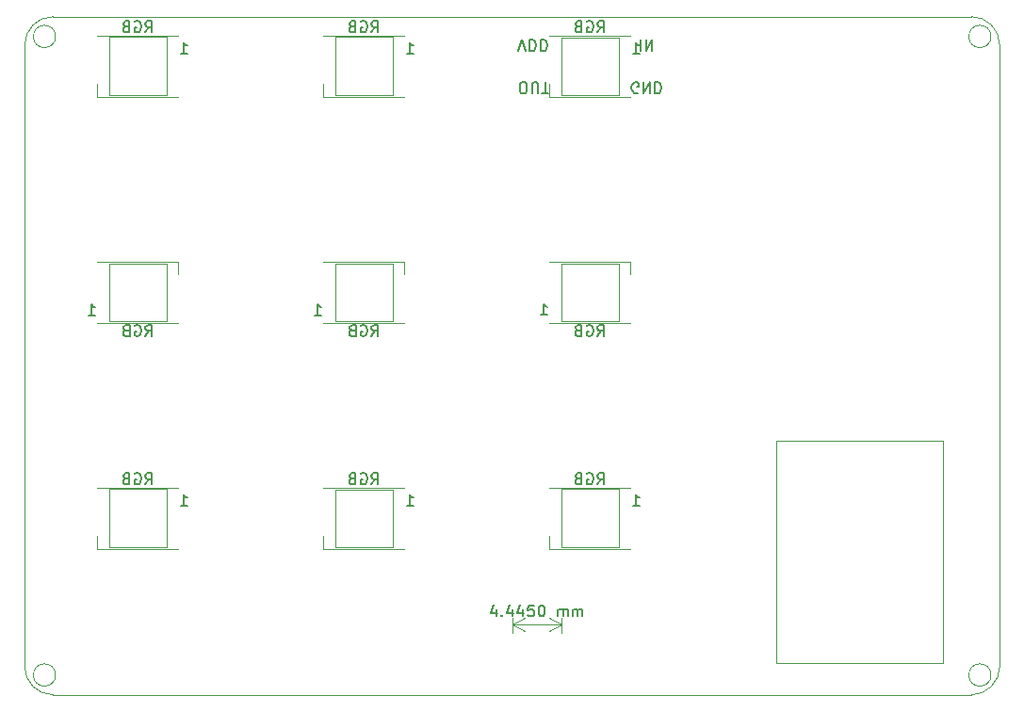
<source format=gbr>
%TF.GenerationSoftware,KiCad,Pcbnew,(6.0.5)*%
%TF.CreationDate,2022-06-17T09:46:01+08:00*%
%TF.ProjectId,keyboard_V4,6b657962-6f61-4726-945f-56342e6b6963,rev?*%
%TF.SameCoordinates,Original*%
%TF.FileFunction,Legend,Bot*%
%TF.FilePolarity,Positive*%
%FSLAX46Y46*%
G04 Gerber Fmt 4.6, Leading zero omitted, Abs format (unit mm)*
G04 Created by KiCad (PCBNEW (6.0.5)) date 2022-06-17 09:46:01*
%MOMM*%
%LPD*%
G01*
G04 APERTURE LIST*
%TA.AperFunction,Profile*%
%ADD10C,0.050000*%
%TD*%
%ADD11C,0.150000*%
%ADD12C,0.120000*%
G04 APERTURE END LIST*
D10*
X43241538Y-103567747D02*
X38059938Y-103567747D01*
X38059938Y-103567747D02*
X38059938Y-98356147D01*
X38059938Y-98356147D02*
X43241538Y-98356147D01*
X43241538Y-98356147D02*
X43241538Y-103567747D01*
X115570000Y-55880000D02*
X33020000Y-55880000D01*
X83870800Y-83235800D02*
X78689200Y-83235800D01*
X78689200Y-83235800D02*
X78689200Y-78054200D01*
X78689200Y-78054200D02*
X83870800Y-78054200D01*
X83870800Y-78054200D02*
X83870800Y-83235800D01*
X117332000Y-57658000D02*
G75*
G03*
X117332000Y-57658000I-1000000J0D01*
G01*
X83876806Y-103567747D02*
X78695206Y-103567747D01*
X78695206Y-103567747D02*
X78695206Y-98366147D01*
X78695206Y-98366147D02*
X83876806Y-98366147D01*
X83876806Y-98366147D02*
X83876806Y-103567747D01*
X43241538Y-83255800D02*
X38059938Y-83255800D01*
X38059938Y-83255800D02*
X38059938Y-78054200D01*
X38059938Y-78054200D02*
X43241538Y-78054200D01*
X43241538Y-78054200D02*
X43241538Y-83255800D01*
X63559172Y-83255800D02*
X58377572Y-83255800D01*
X58377572Y-83255800D02*
X58377572Y-78054200D01*
X58377572Y-78054200D02*
X63559172Y-78054200D01*
X63559172Y-78054200D02*
X63559172Y-83255800D01*
X63550800Y-103575000D02*
X58369200Y-103575000D01*
X58369200Y-103575000D02*
X58369200Y-98373400D01*
X58369200Y-98373400D02*
X63550800Y-98373400D01*
X63550800Y-98373400D02*
X63550800Y-103575000D01*
X117332000Y-115062000D02*
G75*
G03*
X117332000Y-115062000I-1000000J0D01*
G01*
X118110000Y-58420000D02*
X118110000Y-114300000D01*
X30480000Y-58420000D02*
X30480000Y-114300000D01*
X30480000Y-114300000D02*
G75*
G03*
X33020000Y-116840000I2540000J0D01*
G01*
X43230800Y-62935800D02*
X38049200Y-62935800D01*
X38049200Y-62935800D02*
X38049200Y-57714200D01*
X38049200Y-57714200D02*
X43230800Y-57714200D01*
X43230800Y-57714200D02*
X43230800Y-62935800D01*
X33020000Y-116840000D02*
X115570000Y-116840000D01*
X83870800Y-62925800D02*
X78689200Y-62925800D01*
X78689200Y-62925800D02*
X78689200Y-57734200D01*
X78689200Y-57734200D02*
X83870800Y-57734200D01*
X83870800Y-57734200D02*
X83870800Y-62925800D01*
X33258000Y-57658000D02*
G75*
G03*
X33258000Y-57658000I-1000000J0D01*
G01*
X33020000Y-55880000D02*
G75*
G03*
X30480000Y-58420000I0J-2540000D01*
G01*
X118110000Y-58420000D02*
G75*
G03*
X115570000Y-55880000I-2540000J0D01*
G01*
X63550800Y-62935800D02*
X58369200Y-62935800D01*
X58369200Y-62935800D02*
X58369200Y-57714200D01*
X58369200Y-57714200D02*
X63550800Y-57714200D01*
X63550800Y-57714200D02*
X63550800Y-62935800D01*
X98000000Y-94000000D02*
X113000000Y-94000000D01*
X113000000Y-94000000D02*
X113000000Y-114000000D01*
X113000000Y-114000000D02*
X98000000Y-114000000D01*
X98000000Y-114000000D02*
X98000000Y-94000000D01*
X115570000Y-116840000D02*
G75*
G03*
X118110000Y-114300000I0J2540000D01*
G01*
X33258000Y-115062000D02*
G75*
G03*
X33258000Y-115062000I-1000000J0D01*
G01*
D11*
X75200000Y-62777619D02*
X75390476Y-62777619D01*
X75485714Y-62730000D01*
X75580952Y-62634761D01*
X75628571Y-62444285D01*
X75628571Y-62110952D01*
X75580952Y-61920476D01*
X75485714Y-61825238D01*
X75390476Y-61777619D01*
X75200000Y-61777619D01*
X75104761Y-61825238D01*
X75009523Y-61920476D01*
X74961904Y-62110952D01*
X74961904Y-62444285D01*
X75009523Y-62634761D01*
X75104761Y-62730000D01*
X75200000Y-62777619D01*
X76057142Y-62777619D02*
X76057142Y-61968095D01*
X76104761Y-61872857D01*
X76152380Y-61825238D01*
X76247619Y-61777619D01*
X76438095Y-61777619D01*
X76533333Y-61825238D01*
X76580952Y-61872857D01*
X76628571Y-61968095D01*
X76628571Y-62777619D01*
X76961904Y-62777619D02*
X77533333Y-62777619D01*
X77247619Y-61777619D02*
X77247619Y-62777619D01*
X74866666Y-58967619D02*
X75200000Y-57967619D01*
X75533333Y-58967619D01*
X75866666Y-57967619D02*
X75866666Y-58967619D01*
X76104761Y-58967619D01*
X76247619Y-58920000D01*
X76342857Y-58824761D01*
X76390476Y-58729523D01*
X76438095Y-58539047D01*
X76438095Y-58396190D01*
X76390476Y-58205714D01*
X76342857Y-58110476D01*
X76247619Y-58015238D01*
X76104761Y-57967619D01*
X75866666Y-57967619D01*
X76866666Y-57967619D02*
X76866666Y-58967619D01*
X77104761Y-58967619D01*
X77247619Y-58920000D01*
X77342857Y-58824761D01*
X77390476Y-58729523D01*
X77438095Y-58539047D01*
X77438095Y-58396190D01*
X77390476Y-58205714D01*
X77342857Y-58110476D01*
X77247619Y-58015238D01*
X77104761Y-57967619D01*
X76866666Y-57967619D01*
X85598095Y-62730000D02*
X85502857Y-62777619D01*
X85360000Y-62777619D01*
X85217142Y-62730000D01*
X85121904Y-62634761D01*
X85074285Y-62539523D01*
X85026666Y-62349047D01*
X85026666Y-62206190D01*
X85074285Y-62015714D01*
X85121904Y-61920476D01*
X85217142Y-61825238D01*
X85360000Y-61777619D01*
X85455238Y-61777619D01*
X85598095Y-61825238D01*
X85645714Y-61872857D01*
X85645714Y-62206190D01*
X85455238Y-62206190D01*
X86074285Y-61777619D02*
X86074285Y-62777619D01*
X86645714Y-61777619D01*
X86645714Y-62777619D01*
X87121904Y-61777619D02*
X87121904Y-62777619D01*
X87360000Y-62777619D01*
X87502857Y-62730000D01*
X87598095Y-62634761D01*
X87645714Y-62539523D01*
X87693333Y-62349047D01*
X87693333Y-62206190D01*
X87645714Y-62015714D01*
X87598095Y-61920476D01*
X87502857Y-61825238D01*
X87360000Y-61777619D01*
X87121904Y-61777619D01*
X85836190Y-57967619D02*
X85836190Y-58967619D01*
X86312380Y-57967619D02*
X86312380Y-58967619D01*
X86883809Y-57967619D01*
X86883809Y-58967619D01*
X72850833Y-109125714D02*
X72850833Y-109792380D01*
X72612738Y-108744761D02*
X72374642Y-109459047D01*
X72993690Y-109459047D01*
X73374642Y-109697142D02*
X73422261Y-109744761D01*
X73374642Y-109792380D01*
X73327023Y-109744761D01*
X73374642Y-109697142D01*
X73374642Y-109792380D01*
X74279404Y-109125714D02*
X74279404Y-109792380D01*
X74041309Y-108744761D02*
X73803214Y-109459047D01*
X74422261Y-109459047D01*
X75231785Y-109125714D02*
X75231785Y-109792380D01*
X74993690Y-108744761D02*
X74755595Y-109459047D01*
X75374642Y-109459047D01*
X76231785Y-108792380D02*
X75755595Y-108792380D01*
X75707976Y-109268571D01*
X75755595Y-109220952D01*
X75850833Y-109173333D01*
X76088928Y-109173333D01*
X76184166Y-109220952D01*
X76231785Y-109268571D01*
X76279404Y-109363809D01*
X76279404Y-109601904D01*
X76231785Y-109697142D01*
X76184166Y-109744761D01*
X76088928Y-109792380D01*
X75850833Y-109792380D01*
X75755595Y-109744761D01*
X75707976Y-109697142D01*
X76898452Y-108792380D02*
X76993690Y-108792380D01*
X77088928Y-108840000D01*
X77136547Y-108887619D01*
X77184166Y-108982857D01*
X77231785Y-109173333D01*
X77231785Y-109411428D01*
X77184166Y-109601904D01*
X77136547Y-109697142D01*
X77088928Y-109744761D01*
X76993690Y-109792380D01*
X76898452Y-109792380D01*
X76803214Y-109744761D01*
X76755595Y-109697142D01*
X76707976Y-109601904D01*
X76660357Y-109411428D01*
X76660357Y-109173333D01*
X76707976Y-108982857D01*
X76755595Y-108887619D01*
X76803214Y-108840000D01*
X76898452Y-108792380D01*
X78422261Y-109792380D02*
X78422261Y-109125714D01*
X78422261Y-109220952D02*
X78469880Y-109173333D01*
X78565119Y-109125714D01*
X78707976Y-109125714D01*
X78803214Y-109173333D01*
X78850833Y-109268571D01*
X78850833Y-109792380D01*
X78850833Y-109268571D02*
X78898452Y-109173333D01*
X78993690Y-109125714D01*
X79136547Y-109125714D01*
X79231785Y-109173333D01*
X79279404Y-109268571D01*
X79279404Y-109792380D01*
X79755595Y-109792380D02*
X79755595Y-109125714D01*
X79755595Y-109220952D02*
X79803214Y-109173333D01*
X79898452Y-109125714D01*
X80041309Y-109125714D01*
X80136547Y-109173333D01*
X80184166Y-109268571D01*
X80184166Y-109792380D01*
X80184166Y-109268571D02*
X80231785Y-109173333D01*
X80327023Y-109125714D01*
X80469880Y-109125714D01*
X80565119Y-109173333D01*
X80612738Y-109268571D01*
X80612738Y-109792380D01*
D10*
X78740000Y-111260000D02*
X78740000Y-109903580D01*
X74295000Y-111260000D02*
X74295000Y-109903580D01*
X78740000Y-110490000D02*
X74295000Y-110490000D01*
X78740000Y-110490000D02*
X74295000Y-110490000D01*
X78740000Y-110490000D02*
X77613496Y-109903579D01*
X78740000Y-110490000D02*
X77613496Y-111076421D01*
X74295000Y-110490000D02*
X75421504Y-111076421D01*
X74295000Y-110490000D02*
X75421504Y-109903579D01*
D11*
%TO.C,RGB*%
X61650476Y-57277380D02*
X61983809Y-56801190D01*
X62221904Y-57277380D02*
X62221904Y-56277380D01*
X61840952Y-56277380D01*
X61745714Y-56325000D01*
X61698095Y-56372619D01*
X61650476Y-56467857D01*
X61650476Y-56610714D01*
X61698095Y-56705952D01*
X61745714Y-56753571D01*
X61840952Y-56801190D01*
X62221904Y-56801190D01*
X60698095Y-56325000D02*
X60793333Y-56277380D01*
X60936190Y-56277380D01*
X61079047Y-56325000D01*
X61174285Y-56420238D01*
X61221904Y-56515476D01*
X61269523Y-56705952D01*
X61269523Y-56848809D01*
X61221904Y-57039285D01*
X61174285Y-57134523D01*
X61079047Y-57229761D01*
X60936190Y-57277380D01*
X60840952Y-57277380D01*
X60698095Y-57229761D01*
X60650476Y-57182142D01*
X60650476Y-56848809D01*
X60840952Y-56848809D01*
X59888571Y-56753571D02*
X59745714Y-56801190D01*
X59698095Y-56848809D01*
X59650476Y-56944047D01*
X59650476Y-57086904D01*
X59698095Y-57182142D01*
X59745714Y-57229761D01*
X59840952Y-57277380D01*
X60221904Y-57277380D01*
X60221904Y-56277380D01*
X59888571Y-56277380D01*
X59793333Y-56325000D01*
X59745714Y-56372619D01*
X59698095Y-56467857D01*
X59698095Y-56563095D01*
X59745714Y-56658333D01*
X59793333Y-56705952D01*
X59888571Y-56753571D01*
X60221904Y-56753571D01*
X64824285Y-59177380D02*
X65395714Y-59177380D01*
X65110000Y-59177380D02*
X65110000Y-58177380D01*
X65205238Y-58320238D01*
X65300476Y-58415476D01*
X65395714Y-58463095D01*
X41330476Y-97917380D02*
X41663809Y-97441190D01*
X41901904Y-97917380D02*
X41901904Y-96917380D01*
X41520952Y-96917380D01*
X41425714Y-96965000D01*
X41378095Y-97012619D01*
X41330476Y-97107857D01*
X41330476Y-97250714D01*
X41378095Y-97345952D01*
X41425714Y-97393571D01*
X41520952Y-97441190D01*
X41901904Y-97441190D01*
X40378095Y-96965000D02*
X40473333Y-96917380D01*
X40616190Y-96917380D01*
X40759047Y-96965000D01*
X40854285Y-97060238D01*
X40901904Y-97155476D01*
X40949523Y-97345952D01*
X40949523Y-97488809D01*
X40901904Y-97679285D01*
X40854285Y-97774523D01*
X40759047Y-97869761D01*
X40616190Y-97917380D01*
X40520952Y-97917380D01*
X40378095Y-97869761D01*
X40330476Y-97822142D01*
X40330476Y-97488809D01*
X40520952Y-97488809D01*
X39568571Y-97393571D02*
X39425714Y-97441190D01*
X39378095Y-97488809D01*
X39330476Y-97584047D01*
X39330476Y-97726904D01*
X39378095Y-97822142D01*
X39425714Y-97869761D01*
X39520952Y-97917380D01*
X39901904Y-97917380D01*
X39901904Y-96917380D01*
X39568571Y-96917380D01*
X39473333Y-96965000D01*
X39425714Y-97012619D01*
X39378095Y-97107857D01*
X39378095Y-97203095D01*
X39425714Y-97298333D01*
X39473333Y-97345952D01*
X39568571Y-97393571D01*
X39901904Y-97393571D01*
X44504285Y-99817380D02*
X45075714Y-99817380D01*
X44790000Y-99817380D02*
X44790000Y-98817380D01*
X44885238Y-98960238D01*
X44980476Y-99055476D01*
X45075714Y-99103095D01*
X41330476Y-57277380D02*
X41663809Y-56801190D01*
X41901904Y-57277380D02*
X41901904Y-56277380D01*
X41520952Y-56277380D01*
X41425714Y-56325000D01*
X41378095Y-56372619D01*
X41330476Y-56467857D01*
X41330476Y-56610714D01*
X41378095Y-56705952D01*
X41425714Y-56753571D01*
X41520952Y-56801190D01*
X41901904Y-56801190D01*
X40378095Y-56325000D02*
X40473333Y-56277380D01*
X40616190Y-56277380D01*
X40759047Y-56325000D01*
X40854285Y-56420238D01*
X40901904Y-56515476D01*
X40949523Y-56705952D01*
X40949523Y-56848809D01*
X40901904Y-57039285D01*
X40854285Y-57134523D01*
X40759047Y-57229761D01*
X40616190Y-57277380D01*
X40520952Y-57277380D01*
X40378095Y-57229761D01*
X40330476Y-57182142D01*
X40330476Y-56848809D01*
X40520952Y-56848809D01*
X39568571Y-56753571D02*
X39425714Y-56801190D01*
X39378095Y-56848809D01*
X39330476Y-56944047D01*
X39330476Y-57086904D01*
X39378095Y-57182142D01*
X39425714Y-57229761D01*
X39520952Y-57277380D01*
X39901904Y-57277380D01*
X39901904Y-56277380D01*
X39568571Y-56277380D01*
X39473333Y-56325000D01*
X39425714Y-56372619D01*
X39378095Y-56467857D01*
X39378095Y-56563095D01*
X39425714Y-56658333D01*
X39473333Y-56705952D01*
X39568571Y-56753571D01*
X39901904Y-56753571D01*
X44504285Y-59177380D02*
X45075714Y-59177380D01*
X44790000Y-59177380D02*
X44790000Y-58177380D01*
X44885238Y-58320238D01*
X44980476Y-58415476D01*
X45075714Y-58463095D01*
X61650476Y-97917380D02*
X61983809Y-97441190D01*
X62221904Y-97917380D02*
X62221904Y-96917380D01*
X61840952Y-96917380D01*
X61745714Y-96965000D01*
X61698095Y-97012619D01*
X61650476Y-97107857D01*
X61650476Y-97250714D01*
X61698095Y-97345952D01*
X61745714Y-97393571D01*
X61840952Y-97441190D01*
X62221904Y-97441190D01*
X60698095Y-96965000D02*
X60793333Y-96917380D01*
X60936190Y-96917380D01*
X61079047Y-96965000D01*
X61174285Y-97060238D01*
X61221904Y-97155476D01*
X61269523Y-97345952D01*
X61269523Y-97488809D01*
X61221904Y-97679285D01*
X61174285Y-97774523D01*
X61079047Y-97869761D01*
X60936190Y-97917380D01*
X60840952Y-97917380D01*
X60698095Y-97869761D01*
X60650476Y-97822142D01*
X60650476Y-97488809D01*
X60840952Y-97488809D01*
X59888571Y-97393571D02*
X59745714Y-97441190D01*
X59698095Y-97488809D01*
X59650476Y-97584047D01*
X59650476Y-97726904D01*
X59698095Y-97822142D01*
X59745714Y-97869761D01*
X59840952Y-97917380D01*
X60221904Y-97917380D01*
X60221904Y-96917380D01*
X59888571Y-96917380D01*
X59793333Y-96965000D01*
X59745714Y-97012619D01*
X59698095Y-97107857D01*
X59698095Y-97203095D01*
X59745714Y-97298333D01*
X59793333Y-97345952D01*
X59888571Y-97393571D01*
X60221904Y-97393571D01*
X64824285Y-99817380D02*
X65395714Y-99817380D01*
X65110000Y-99817380D02*
X65110000Y-98817380D01*
X65205238Y-98960238D01*
X65300476Y-99055476D01*
X65395714Y-99103095D01*
X81970476Y-97917380D02*
X82303809Y-97441190D01*
X82541904Y-97917380D02*
X82541904Y-96917380D01*
X82160952Y-96917380D01*
X82065714Y-96965000D01*
X82018095Y-97012619D01*
X81970476Y-97107857D01*
X81970476Y-97250714D01*
X82018095Y-97345952D01*
X82065714Y-97393571D01*
X82160952Y-97441190D01*
X82541904Y-97441190D01*
X81018095Y-96965000D02*
X81113333Y-96917380D01*
X81256190Y-96917380D01*
X81399047Y-96965000D01*
X81494285Y-97060238D01*
X81541904Y-97155476D01*
X81589523Y-97345952D01*
X81589523Y-97488809D01*
X81541904Y-97679285D01*
X81494285Y-97774523D01*
X81399047Y-97869761D01*
X81256190Y-97917380D01*
X81160952Y-97917380D01*
X81018095Y-97869761D01*
X80970476Y-97822142D01*
X80970476Y-97488809D01*
X81160952Y-97488809D01*
X80208571Y-97393571D02*
X80065714Y-97441190D01*
X80018095Y-97488809D01*
X79970476Y-97584047D01*
X79970476Y-97726904D01*
X80018095Y-97822142D01*
X80065714Y-97869761D01*
X80160952Y-97917380D01*
X80541904Y-97917380D01*
X80541904Y-96917380D01*
X80208571Y-96917380D01*
X80113333Y-96965000D01*
X80065714Y-97012619D01*
X80018095Y-97107857D01*
X80018095Y-97203095D01*
X80065714Y-97298333D01*
X80113333Y-97345952D01*
X80208571Y-97393571D01*
X80541904Y-97393571D01*
X85144285Y-99817380D02*
X85715714Y-99817380D01*
X85430000Y-99817380D02*
X85430000Y-98817380D01*
X85525238Y-98960238D01*
X85620476Y-99055476D01*
X85715714Y-99103095D01*
X81970476Y-57277380D02*
X82303809Y-56801190D01*
X82541904Y-57277380D02*
X82541904Y-56277380D01*
X82160952Y-56277380D01*
X82065714Y-56325000D01*
X82018095Y-56372619D01*
X81970476Y-56467857D01*
X81970476Y-56610714D01*
X82018095Y-56705952D01*
X82065714Y-56753571D01*
X82160952Y-56801190D01*
X82541904Y-56801190D01*
X81018095Y-56325000D02*
X81113333Y-56277380D01*
X81256190Y-56277380D01*
X81399047Y-56325000D01*
X81494285Y-56420238D01*
X81541904Y-56515476D01*
X81589523Y-56705952D01*
X81589523Y-56848809D01*
X81541904Y-57039285D01*
X81494285Y-57134523D01*
X81399047Y-57229761D01*
X81256190Y-57277380D01*
X81160952Y-57277380D01*
X81018095Y-57229761D01*
X80970476Y-57182142D01*
X80970476Y-56848809D01*
X81160952Y-56848809D01*
X80208571Y-56753571D02*
X80065714Y-56801190D01*
X80018095Y-56848809D01*
X79970476Y-56944047D01*
X79970476Y-57086904D01*
X80018095Y-57182142D01*
X80065714Y-57229761D01*
X80160952Y-57277380D01*
X80541904Y-57277380D01*
X80541904Y-56277380D01*
X80208571Y-56277380D01*
X80113333Y-56325000D01*
X80065714Y-56372619D01*
X80018095Y-56467857D01*
X80018095Y-56563095D01*
X80065714Y-56658333D01*
X80113333Y-56705952D01*
X80208571Y-56753571D01*
X80541904Y-56753571D01*
X85144285Y-59177380D02*
X85715714Y-59177380D01*
X85430000Y-59177380D02*
X85430000Y-58177380D01*
X85525238Y-58320238D01*
X85620476Y-58415476D01*
X85715714Y-58463095D01*
X61659808Y-84605160D02*
X61993141Y-84128970D01*
X62231236Y-84605160D02*
X62231236Y-83605160D01*
X61850284Y-83605160D01*
X61755046Y-83652780D01*
X61707427Y-83700399D01*
X61659808Y-83795637D01*
X61659808Y-83938494D01*
X61707427Y-84033732D01*
X61755046Y-84081351D01*
X61850284Y-84128970D01*
X62231236Y-84128970D01*
X60707427Y-83652780D02*
X60802665Y-83605160D01*
X60945522Y-83605160D01*
X61088379Y-83652780D01*
X61183617Y-83748018D01*
X61231236Y-83843256D01*
X61278855Y-84033732D01*
X61278855Y-84176589D01*
X61231236Y-84367065D01*
X61183617Y-84462303D01*
X61088379Y-84557541D01*
X60945522Y-84605160D01*
X60850284Y-84605160D01*
X60707427Y-84557541D01*
X60659808Y-84509922D01*
X60659808Y-84176589D01*
X60850284Y-84176589D01*
X59897903Y-84081351D02*
X59755046Y-84128970D01*
X59707427Y-84176589D01*
X59659808Y-84271827D01*
X59659808Y-84414684D01*
X59707427Y-84509922D01*
X59755046Y-84557541D01*
X59850284Y-84605160D01*
X60231236Y-84605160D01*
X60231236Y-83605160D01*
X59897903Y-83605160D01*
X59802665Y-83652780D01*
X59755046Y-83700399D01*
X59707427Y-83795637D01*
X59707427Y-83890875D01*
X59755046Y-83986113D01*
X59802665Y-84033732D01*
X59897903Y-84081351D01*
X60231236Y-84081351D01*
X56533617Y-82705160D02*
X57105046Y-82705160D01*
X56819332Y-82705160D02*
X56819332Y-81705160D01*
X56914570Y-81848018D01*
X57009808Y-81943256D01*
X57105046Y-81990875D01*
X41336247Y-84605160D02*
X41669580Y-84128970D01*
X41907675Y-84605160D02*
X41907675Y-83605160D01*
X41526723Y-83605160D01*
X41431485Y-83652780D01*
X41383866Y-83700399D01*
X41336247Y-83795637D01*
X41336247Y-83938494D01*
X41383866Y-84033732D01*
X41431485Y-84081351D01*
X41526723Y-84128970D01*
X41907675Y-84128970D01*
X40383866Y-83652780D02*
X40479104Y-83605160D01*
X40621961Y-83605160D01*
X40764818Y-83652780D01*
X40860056Y-83748018D01*
X40907675Y-83843256D01*
X40955294Y-84033732D01*
X40955294Y-84176589D01*
X40907675Y-84367065D01*
X40860056Y-84462303D01*
X40764818Y-84557541D01*
X40621961Y-84605160D01*
X40526723Y-84605160D01*
X40383866Y-84557541D01*
X40336247Y-84509922D01*
X40336247Y-84176589D01*
X40526723Y-84176589D01*
X39574342Y-84081351D02*
X39431485Y-84128970D01*
X39383866Y-84176589D01*
X39336247Y-84271827D01*
X39336247Y-84414684D01*
X39383866Y-84509922D01*
X39431485Y-84557541D01*
X39526723Y-84605160D01*
X39907675Y-84605160D01*
X39907675Y-83605160D01*
X39574342Y-83605160D01*
X39479104Y-83652780D01*
X39431485Y-83700399D01*
X39383866Y-83795637D01*
X39383866Y-83890875D01*
X39431485Y-83986113D01*
X39479104Y-84033732D01*
X39574342Y-84081351D01*
X39907675Y-84081351D01*
X36210056Y-82705160D02*
X36781485Y-82705160D01*
X36495771Y-82705160D02*
X36495771Y-81705160D01*
X36591009Y-81848018D01*
X36686247Y-81943256D01*
X36781485Y-81990875D01*
X81970476Y-84597380D02*
X82303809Y-84121190D01*
X82541904Y-84597380D02*
X82541904Y-83597380D01*
X82160952Y-83597380D01*
X82065714Y-83645000D01*
X82018095Y-83692619D01*
X81970476Y-83787857D01*
X81970476Y-83930714D01*
X82018095Y-84025952D01*
X82065714Y-84073571D01*
X82160952Y-84121190D01*
X82541904Y-84121190D01*
X81018095Y-83645000D02*
X81113333Y-83597380D01*
X81256190Y-83597380D01*
X81399047Y-83645000D01*
X81494285Y-83740238D01*
X81541904Y-83835476D01*
X81589523Y-84025952D01*
X81589523Y-84168809D01*
X81541904Y-84359285D01*
X81494285Y-84454523D01*
X81399047Y-84549761D01*
X81256190Y-84597380D01*
X81160952Y-84597380D01*
X81018095Y-84549761D01*
X80970476Y-84502142D01*
X80970476Y-84168809D01*
X81160952Y-84168809D01*
X80208571Y-84073571D02*
X80065714Y-84121190D01*
X80018095Y-84168809D01*
X79970476Y-84264047D01*
X79970476Y-84406904D01*
X80018095Y-84502142D01*
X80065714Y-84549761D01*
X80160952Y-84597380D01*
X80541904Y-84597380D01*
X80541904Y-83597380D01*
X80208571Y-83597380D01*
X80113333Y-83645000D01*
X80065714Y-83692619D01*
X80018095Y-83787857D01*
X80018095Y-83883095D01*
X80065714Y-83978333D01*
X80113333Y-84025952D01*
X80208571Y-84073571D01*
X80541904Y-84073571D01*
X76844285Y-82697380D02*
X77415714Y-82697380D01*
X77130000Y-82697380D02*
X77130000Y-81697380D01*
X77225238Y-81840238D01*
X77320476Y-81935476D01*
X77415714Y-81983095D01*
D12*
X64610000Y-63075000D02*
X57310000Y-63075000D01*
X64610000Y-57575000D02*
X57310000Y-57575000D01*
X57310000Y-63075000D02*
X57310000Y-61925000D01*
X44290000Y-98215000D02*
X36990000Y-98215000D01*
X36990000Y-103715000D02*
X36990000Y-102565000D01*
X44290000Y-103715000D02*
X36990000Y-103715000D01*
X36990000Y-63075000D02*
X36990000Y-61925000D01*
X44290000Y-57575000D02*
X36990000Y-57575000D01*
X44290000Y-63075000D02*
X36990000Y-63075000D01*
X57310000Y-103715000D02*
X57310000Y-102565000D01*
X64610000Y-98215000D02*
X57310000Y-98215000D01*
X64610000Y-103715000D02*
X57310000Y-103715000D01*
X84930000Y-103715000D02*
X77630000Y-103715000D01*
X77630000Y-103715000D02*
X77630000Y-102565000D01*
X84930000Y-98215000D02*
X77630000Y-98215000D01*
X84930000Y-57575000D02*
X77630000Y-57575000D01*
X77630000Y-63075000D02*
X77630000Y-61925000D01*
X84930000Y-63075000D02*
X77630000Y-63075000D01*
X64619332Y-77902780D02*
X64619332Y-79052780D01*
X57319332Y-77902780D02*
X64619332Y-77902780D01*
X57319332Y-83402780D02*
X64619332Y-83402780D01*
X44295771Y-77902780D02*
X44295771Y-79052780D01*
X36995771Y-83402780D02*
X44295771Y-83402780D01*
X36995771Y-77902780D02*
X44295771Y-77902780D01*
X84930000Y-77895000D02*
X84930000Y-79045000D01*
X77630000Y-83395000D02*
X84930000Y-83395000D01*
X77630000Y-77895000D02*
X84930000Y-77895000D01*
%TD*%
M02*

</source>
